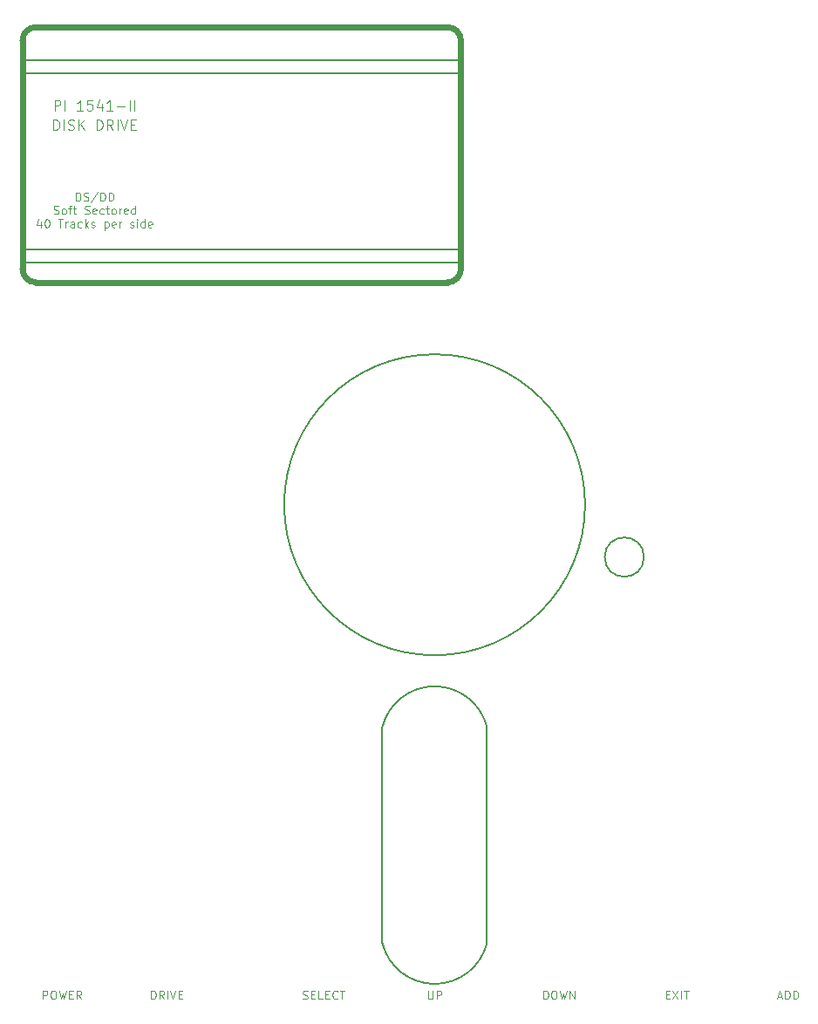
<source format=gto>
G04 #@! TF.GenerationSoftware,KiCad,Pcbnew,(5.1.5)-3*
G04 #@! TF.CreationDate,2020-11-06T22:16:06+01:00*
G04 #@! TF.ProjectId,C64 Pi1541-II FaceplateB,43363420-5069-4313-9534-312d49492046,rev?*
G04 #@! TF.SameCoordinates,Original*
G04 #@! TF.FileFunction,Legend,Top*
G04 #@! TF.FilePolarity,Positive*
%FSLAX46Y46*%
G04 Gerber Fmt 4.6, Leading zero omitted, Abs format (unit mm)*
G04 Created by KiCad (PCBNEW (5.1.5)-3) date 2020-11-06 22:16:06*
%MOMM*%
%LPD*%
G04 APERTURE LIST*
%ADD10C,0.100000*%
%ADD11C,0.150000*%
%ADD12C,0.600000*%
G04 APERTURE END LIST*
D10*
X93745238Y-151491904D02*
X93745238Y-150691904D01*
X93935714Y-150691904D01*
X94050000Y-150730000D01*
X94126190Y-150806190D01*
X94164285Y-150882380D01*
X94202380Y-151034761D01*
X94202380Y-151149047D01*
X94164285Y-151301428D01*
X94126190Y-151377619D01*
X94050000Y-151453809D01*
X93935714Y-151491904D01*
X93745238Y-151491904D01*
X95002380Y-151491904D02*
X94735714Y-151110952D01*
X94545238Y-151491904D02*
X94545238Y-150691904D01*
X94850000Y-150691904D01*
X94926190Y-150730000D01*
X94964285Y-150768095D01*
X95002380Y-150844285D01*
X95002380Y-150958571D01*
X94964285Y-151034761D01*
X94926190Y-151072857D01*
X94850000Y-151110952D01*
X94545238Y-151110952D01*
X95345238Y-151491904D02*
X95345238Y-150691904D01*
X95611904Y-150691904D02*
X95878571Y-151491904D01*
X96145238Y-150691904D01*
X96411904Y-151072857D02*
X96678571Y-151072857D01*
X96792857Y-151491904D02*
X96411904Y-151491904D01*
X96411904Y-150691904D01*
X96792857Y-150691904D01*
X83242380Y-151491904D02*
X83242380Y-150691904D01*
X83547142Y-150691904D01*
X83623333Y-150730000D01*
X83661428Y-150768095D01*
X83699523Y-150844285D01*
X83699523Y-150958571D01*
X83661428Y-151034761D01*
X83623333Y-151072857D01*
X83547142Y-151110952D01*
X83242380Y-151110952D01*
X84194761Y-150691904D02*
X84347142Y-150691904D01*
X84423333Y-150730000D01*
X84499523Y-150806190D01*
X84537619Y-150958571D01*
X84537619Y-151225238D01*
X84499523Y-151377619D01*
X84423333Y-151453809D01*
X84347142Y-151491904D01*
X84194761Y-151491904D01*
X84118571Y-151453809D01*
X84042380Y-151377619D01*
X84004285Y-151225238D01*
X84004285Y-150958571D01*
X84042380Y-150806190D01*
X84118571Y-150730000D01*
X84194761Y-150691904D01*
X84804285Y-150691904D02*
X84994761Y-151491904D01*
X85147142Y-150920476D01*
X85299523Y-151491904D01*
X85490000Y-150691904D01*
X85794761Y-151072857D02*
X86061428Y-151072857D01*
X86175714Y-151491904D02*
X85794761Y-151491904D01*
X85794761Y-150691904D01*
X86175714Y-150691904D01*
X86975714Y-151491904D02*
X86709047Y-151110952D01*
X86518571Y-151491904D02*
X86518571Y-150691904D01*
X86823333Y-150691904D01*
X86899523Y-150730000D01*
X86937619Y-150768095D01*
X86975714Y-150844285D01*
X86975714Y-150958571D01*
X86937619Y-151034761D01*
X86899523Y-151072857D01*
X86823333Y-151110952D01*
X86518571Y-151110952D01*
X154584523Y-151263333D02*
X154965476Y-151263333D01*
X154508333Y-151491904D02*
X154775000Y-150691904D01*
X155041666Y-151491904D01*
X155308333Y-151491904D02*
X155308333Y-150691904D01*
X155498809Y-150691904D01*
X155613095Y-150730000D01*
X155689285Y-150806190D01*
X155727380Y-150882380D01*
X155765476Y-151034761D01*
X155765476Y-151149047D01*
X155727380Y-151301428D01*
X155689285Y-151377619D01*
X155613095Y-151453809D01*
X155498809Y-151491904D01*
X155308333Y-151491904D01*
X156108333Y-151491904D02*
X156108333Y-150691904D01*
X156298809Y-150691904D01*
X156413095Y-150730000D01*
X156489285Y-150806190D01*
X156527380Y-150882380D01*
X156565476Y-151034761D01*
X156565476Y-151149047D01*
X156527380Y-151301428D01*
X156489285Y-151377619D01*
X156413095Y-151453809D01*
X156298809Y-151491904D01*
X156108333Y-151491904D01*
X143732380Y-151072857D02*
X143999047Y-151072857D01*
X144113333Y-151491904D02*
X143732380Y-151491904D01*
X143732380Y-150691904D01*
X144113333Y-150691904D01*
X144380000Y-150691904D02*
X144913333Y-151491904D01*
X144913333Y-150691904D02*
X144380000Y-151491904D01*
X145218095Y-151491904D02*
X145218095Y-150691904D01*
X145484761Y-150691904D02*
X145941904Y-150691904D01*
X145713333Y-151491904D02*
X145713333Y-150691904D01*
X131845238Y-151491904D02*
X131845238Y-150691904D01*
X132035714Y-150691904D01*
X132150000Y-150730000D01*
X132226190Y-150806190D01*
X132264285Y-150882380D01*
X132302380Y-151034761D01*
X132302380Y-151149047D01*
X132264285Y-151301428D01*
X132226190Y-151377619D01*
X132150000Y-151453809D01*
X132035714Y-151491904D01*
X131845238Y-151491904D01*
X132797619Y-150691904D02*
X132950000Y-150691904D01*
X133026190Y-150730000D01*
X133102380Y-150806190D01*
X133140476Y-150958571D01*
X133140476Y-151225238D01*
X133102380Y-151377619D01*
X133026190Y-151453809D01*
X132950000Y-151491904D01*
X132797619Y-151491904D01*
X132721428Y-151453809D01*
X132645238Y-151377619D01*
X132607142Y-151225238D01*
X132607142Y-150958571D01*
X132645238Y-150806190D01*
X132721428Y-150730000D01*
X132797619Y-150691904D01*
X133407142Y-150691904D02*
X133597619Y-151491904D01*
X133750000Y-150920476D01*
X133902380Y-151491904D01*
X134092857Y-150691904D01*
X134397619Y-151491904D02*
X134397619Y-150691904D01*
X134854761Y-151491904D01*
X134854761Y-150691904D01*
X120656428Y-150691904D02*
X120656428Y-151339523D01*
X120694523Y-151415714D01*
X120732619Y-151453809D01*
X120808809Y-151491904D01*
X120961190Y-151491904D01*
X121037380Y-151453809D01*
X121075476Y-151415714D01*
X121113571Y-151339523D01*
X121113571Y-150691904D01*
X121494523Y-151491904D02*
X121494523Y-150691904D01*
X121799285Y-150691904D01*
X121875476Y-150730000D01*
X121913571Y-150768095D01*
X121951666Y-150844285D01*
X121951666Y-150958571D01*
X121913571Y-151034761D01*
X121875476Y-151072857D01*
X121799285Y-151110952D01*
X121494523Y-151110952D01*
X108509047Y-151453809D02*
X108623333Y-151491904D01*
X108813809Y-151491904D01*
X108890000Y-151453809D01*
X108928095Y-151415714D01*
X108966190Y-151339523D01*
X108966190Y-151263333D01*
X108928095Y-151187142D01*
X108890000Y-151149047D01*
X108813809Y-151110952D01*
X108661428Y-151072857D01*
X108585238Y-151034761D01*
X108547142Y-150996666D01*
X108509047Y-150920476D01*
X108509047Y-150844285D01*
X108547142Y-150768095D01*
X108585238Y-150730000D01*
X108661428Y-150691904D01*
X108851904Y-150691904D01*
X108966190Y-150730000D01*
X109309047Y-151072857D02*
X109575714Y-151072857D01*
X109690000Y-151491904D02*
X109309047Y-151491904D01*
X109309047Y-150691904D01*
X109690000Y-150691904D01*
X110413809Y-151491904D02*
X110032857Y-151491904D01*
X110032857Y-150691904D01*
X110680476Y-151072857D02*
X110947142Y-151072857D01*
X111061428Y-151491904D02*
X110680476Y-151491904D01*
X110680476Y-150691904D01*
X111061428Y-150691904D01*
X111861428Y-151415714D02*
X111823333Y-151453809D01*
X111709047Y-151491904D01*
X111632857Y-151491904D01*
X111518571Y-151453809D01*
X111442380Y-151377619D01*
X111404285Y-151301428D01*
X111366190Y-151149047D01*
X111366190Y-151034761D01*
X111404285Y-150882380D01*
X111442380Y-150806190D01*
X111518571Y-150730000D01*
X111632857Y-150691904D01*
X111709047Y-150691904D01*
X111823333Y-150730000D01*
X111861428Y-150768095D01*
X112090000Y-150691904D02*
X112547142Y-150691904D01*
X112318571Y-151491904D02*
X112318571Y-150691904D01*
X84288809Y-67127380D02*
X84288809Y-66127380D01*
X84526904Y-66127380D01*
X84669761Y-66175000D01*
X84765000Y-66270238D01*
X84812619Y-66365476D01*
X84860238Y-66555952D01*
X84860238Y-66698809D01*
X84812619Y-66889285D01*
X84765000Y-66984523D01*
X84669761Y-67079761D01*
X84526904Y-67127380D01*
X84288809Y-67127380D01*
X85288809Y-67127380D02*
X85288809Y-66127380D01*
X85717380Y-67079761D02*
X85860238Y-67127380D01*
X86098333Y-67127380D01*
X86193571Y-67079761D01*
X86241190Y-67032142D01*
X86288809Y-66936904D01*
X86288809Y-66841666D01*
X86241190Y-66746428D01*
X86193571Y-66698809D01*
X86098333Y-66651190D01*
X85907857Y-66603571D01*
X85812619Y-66555952D01*
X85765000Y-66508333D01*
X85717380Y-66413095D01*
X85717380Y-66317857D01*
X85765000Y-66222619D01*
X85812619Y-66175000D01*
X85907857Y-66127380D01*
X86145952Y-66127380D01*
X86288809Y-66175000D01*
X86717380Y-67127380D02*
X86717380Y-66127380D01*
X87288809Y-67127380D02*
X86860238Y-66555952D01*
X87288809Y-66127380D02*
X86717380Y-66698809D01*
X88479285Y-67127380D02*
X88479285Y-66127380D01*
X88717380Y-66127380D01*
X88860238Y-66175000D01*
X88955476Y-66270238D01*
X89003095Y-66365476D01*
X89050714Y-66555952D01*
X89050714Y-66698809D01*
X89003095Y-66889285D01*
X88955476Y-66984523D01*
X88860238Y-67079761D01*
X88717380Y-67127380D01*
X88479285Y-67127380D01*
X90050714Y-67127380D02*
X89717380Y-66651190D01*
X89479285Y-67127380D02*
X89479285Y-66127380D01*
X89860238Y-66127380D01*
X89955476Y-66175000D01*
X90003095Y-66222619D01*
X90050714Y-66317857D01*
X90050714Y-66460714D01*
X90003095Y-66555952D01*
X89955476Y-66603571D01*
X89860238Y-66651190D01*
X89479285Y-66651190D01*
X90479285Y-67127380D02*
X90479285Y-66127380D01*
X90812619Y-66127380D02*
X91145952Y-67127380D01*
X91479285Y-66127380D01*
X91812619Y-66603571D02*
X92145952Y-66603571D01*
X92288809Y-67127380D02*
X91812619Y-67127380D01*
X91812619Y-66127380D01*
X92288809Y-66127380D01*
X84384047Y-65222380D02*
X84384047Y-64222380D01*
X84765000Y-64222380D01*
X84860238Y-64270000D01*
X84907857Y-64317619D01*
X84955476Y-64412857D01*
X84955476Y-64555714D01*
X84907857Y-64650952D01*
X84860238Y-64698571D01*
X84765000Y-64746190D01*
X84384047Y-64746190D01*
X85384047Y-65222380D02*
X85384047Y-64222380D01*
X87145952Y-65222380D02*
X86574523Y-65222380D01*
X86860238Y-65222380D02*
X86860238Y-64222380D01*
X86765000Y-64365238D01*
X86669761Y-64460476D01*
X86574523Y-64508095D01*
X88050714Y-64222380D02*
X87574523Y-64222380D01*
X87526904Y-64698571D01*
X87574523Y-64650952D01*
X87669761Y-64603333D01*
X87907857Y-64603333D01*
X88003095Y-64650952D01*
X88050714Y-64698571D01*
X88098333Y-64793809D01*
X88098333Y-65031904D01*
X88050714Y-65127142D01*
X88003095Y-65174761D01*
X87907857Y-65222380D01*
X87669761Y-65222380D01*
X87574523Y-65174761D01*
X87526904Y-65127142D01*
X88955476Y-64555714D02*
X88955476Y-65222380D01*
X88717380Y-64174761D02*
X88479285Y-64889047D01*
X89098333Y-64889047D01*
X90003095Y-65222380D02*
X89431666Y-65222380D01*
X89717380Y-65222380D02*
X89717380Y-64222380D01*
X89622142Y-64365238D01*
X89526904Y-64460476D01*
X89431666Y-64508095D01*
X90431666Y-64841428D02*
X91193571Y-64841428D01*
X91669761Y-65222380D02*
X91669761Y-64222380D01*
X92145952Y-65222380D02*
X92145952Y-64222380D01*
D11*
X81280000Y-78740000D02*
X123825000Y-78740000D01*
X81280000Y-80010000D02*
X123825000Y-80010000D01*
D10*
X86455476Y-73991904D02*
X86455476Y-73191904D01*
X86645952Y-73191904D01*
X86760238Y-73230000D01*
X86836428Y-73306190D01*
X86874523Y-73382380D01*
X86912619Y-73534761D01*
X86912619Y-73649047D01*
X86874523Y-73801428D01*
X86836428Y-73877619D01*
X86760238Y-73953809D01*
X86645952Y-73991904D01*
X86455476Y-73991904D01*
X87217380Y-73953809D02*
X87331666Y-73991904D01*
X87522142Y-73991904D01*
X87598333Y-73953809D01*
X87636428Y-73915714D01*
X87674523Y-73839523D01*
X87674523Y-73763333D01*
X87636428Y-73687142D01*
X87598333Y-73649047D01*
X87522142Y-73610952D01*
X87369761Y-73572857D01*
X87293571Y-73534761D01*
X87255476Y-73496666D01*
X87217380Y-73420476D01*
X87217380Y-73344285D01*
X87255476Y-73268095D01*
X87293571Y-73230000D01*
X87369761Y-73191904D01*
X87560238Y-73191904D01*
X87674523Y-73230000D01*
X88588809Y-73153809D02*
X87903095Y-74182380D01*
X88855476Y-73991904D02*
X88855476Y-73191904D01*
X89045952Y-73191904D01*
X89160238Y-73230000D01*
X89236428Y-73306190D01*
X89274523Y-73382380D01*
X89312619Y-73534761D01*
X89312619Y-73649047D01*
X89274523Y-73801428D01*
X89236428Y-73877619D01*
X89160238Y-73953809D01*
X89045952Y-73991904D01*
X88855476Y-73991904D01*
X89655476Y-73991904D02*
X89655476Y-73191904D01*
X89845952Y-73191904D01*
X89960238Y-73230000D01*
X90036428Y-73306190D01*
X90074523Y-73382380D01*
X90112619Y-73534761D01*
X90112619Y-73649047D01*
X90074523Y-73801428D01*
X90036428Y-73877619D01*
X89960238Y-73953809D01*
X89845952Y-73991904D01*
X89655476Y-73991904D01*
X84303095Y-75253809D02*
X84417380Y-75291904D01*
X84607857Y-75291904D01*
X84684047Y-75253809D01*
X84722142Y-75215714D01*
X84760238Y-75139523D01*
X84760238Y-75063333D01*
X84722142Y-74987142D01*
X84684047Y-74949047D01*
X84607857Y-74910952D01*
X84455476Y-74872857D01*
X84379285Y-74834761D01*
X84341190Y-74796666D01*
X84303095Y-74720476D01*
X84303095Y-74644285D01*
X84341190Y-74568095D01*
X84379285Y-74530000D01*
X84455476Y-74491904D01*
X84645952Y-74491904D01*
X84760238Y-74530000D01*
X85217380Y-75291904D02*
X85141190Y-75253809D01*
X85103095Y-75215714D01*
X85065000Y-75139523D01*
X85065000Y-74910952D01*
X85103095Y-74834761D01*
X85141190Y-74796666D01*
X85217380Y-74758571D01*
X85331666Y-74758571D01*
X85407857Y-74796666D01*
X85445952Y-74834761D01*
X85484047Y-74910952D01*
X85484047Y-75139523D01*
X85445952Y-75215714D01*
X85407857Y-75253809D01*
X85331666Y-75291904D01*
X85217380Y-75291904D01*
X85712619Y-74758571D02*
X86017380Y-74758571D01*
X85826904Y-75291904D02*
X85826904Y-74606190D01*
X85865000Y-74530000D01*
X85941190Y-74491904D01*
X86017380Y-74491904D01*
X86169761Y-74758571D02*
X86474523Y-74758571D01*
X86284047Y-74491904D02*
X86284047Y-75177619D01*
X86322142Y-75253809D01*
X86398333Y-75291904D01*
X86474523Y-75291904D01*
X87312619Y-75253809D02*
X87426904Y-75291904D01*
X87617380Y-75291904D01*
X87693571Y-75253809D01*
X87731666Y-75215714D01*
X87769761Y-75139523D01*
X87769761Y-75063333D01*
X87731666Y-74987142D01*
X87693571Y-74949047D01*
X87617380Y-74910952D01*
X87465000Y-74872857D01*
X87388809Y-74834761D01*
X87350714Y-74796666D01*
X87312619Y-74720476D01*
X87312619Y-74644285D01*
X87350714Y-74568095D01*
X87388809Y-74530000D01*
X87465000Y-74491904D01*
X87655476Y-74491904D01*
X87769761Y-74530000D01*
X88417380Y-75253809D02*
X88341190Y-75291904D01*
X88188809Y-75291904D01*
X88112619Y-75253809D01*
X88074523Y-75177619D01*
X88074523Y-74872857D01*
X88112619Y-74796666D01*
X88188809Y-74758571D01*
X88341190Y-74758571D01*
X88417380Y-74796666D01*
X88455476Y-74872857D01*
X88455476Y-74949047D01*
X88074523Y-75025238D01*
X89141190Y-75253809D02*
X89065000Y-75291904D01*
X88912619Y-75291904D01*
X88836428Y-75253809D01*
X88798333Y-75215714D01*
X88760238Y-75139523D01*
X88760238Y-74910952D01*
X88798333Y-74834761D01*
X88836428Y-74796666D01*
X88912619Y-74758571D01*
X89065000Y-74758571D01*
X89141190Y-74796666D01*
X89369761Y-74758571D02*
X89674523Y-74758571D01*
X89484047Y-74491904D02*
X89484047Y-75177619D01*
X89522142Y-75253809D01*
X89598333Y-75291904D01*
X89674523Y-75291904D01*
X90055476Y-75291904D02*
X89979285Y-75253809D01*
X89941190Y-75215714D01*
X89903095Y-75139523D01*
X89903095Y-74910952D01*
X89941190Y-74834761D01*
X89979285Y-74796666D01*
X90055476Y-74758571D01*
X90169761Y-74758571D01*
X90245952Y-74796666D01*
X90284047Y-74834761D01*
X90322142Y-74910952D01*
X90322142Y-75139523D01*
X90284047Y-75215714D01*
X90245952Y-75253809D01*
X90169761Y-75291904D01*
X90055476Y-75291904D01*
X90665000Y-75291904D02*
X90665000Y-74758571D01*
X90665000Y-74910952D02*
X90703095Y-74834761D01*
X90741190Y-74796666D01*
X90817380Y-74758571D01*
X90893571Y-74758571D01*
X91465000Y-75253809D02*
X91388809Y-75291904D01*
X91236428Y-75291904D01*
X91160238Y-75253809D01*
X91122142Y-75177619D01*
X91122142Y-74872857D01*
X91160238Y-74796666D01*
X91236428Y-74758571D01*
X91388809Y-74758571D01*
X91465000Y-74796666D01*
X91503095Y-74872857D01*
X91503095Y-74949047D01*
X91122142Y-75025238D01*
X92188809Y-75291904D02*
X92188809Y-74491904D01*
X92188809Y-75253809D02*
X92112619Y-75291904D01*
X91960238Y-75291904D01*
X91884047Y-75253809D01*
X91845952Y-75215714D01*
X91807857Y-75139523D01*
X91807857Y-74910952D01*
X91845952Y-74834761D01*
X91884047Y-74796666D01*
X91960238Y-74758571D01*
X92112619Y-74758571D01*
X92188809Y-74796666D01*
X83045952Y-76058571D02*
X83045952Y-76591904D01*
X82855476Y-75753809D02*
X82665000Y-76325238D01*
X83160238Y-76325238D01*
X83617380Y-75791904D02*
X83693571Y-75791904D01*
X83769761Y-75830000D01*
X83807857Y-75868095D01*
X83845952Y-75944285D01*
X83884047Y-76096666D01*
X83884047Y-76287142D01*
X83845952Y-76439523D01*
X83807857Y-76515714D01*
X83769761Y-76553809D01*
X83693571Y-76591904D01*
X83617380Y-76591904D01*
X83541190Y-76553809D01*
X83503095Y-76515714D01*
X83465000Y-76439523D01*
X83426904Y-76287142D01*
X83426904Y-76096666D01*
X83465000Y-75944285D01*
X83503095Y-75868095D01*
X83541190Y-75830000D01*
X83617380Y-75791904D01*
X84722142Y-75791904D02*
X85179285Y-75791904D01*
X84950714Y-76591904D02*
X84950714Y-75791904D01*
X85445952Y-76591904D02*
X85445952Y-76058571D01*
X85445952Y-76210952D02*
X85484047Y-76134761D01*
X85522142Y-76096666D01*
X85598333Y-76058571D01*
X85674523Y-76058571D01*
X86284047Y-76591904D02*
X86284047Y-76172857D01*
X86245952Y-76096666D01*
X86169761Y-76058571D01*
X86017380Y-76058571D01*
X85941190Y-76096666D01*
X86284047Y-76553809D02*
X86207857Y-76591904D01*
X86017380Y-76591904D01*
X85941190Y-76553809D01*
X85903095Y-76477619D01*
X85903095Y-76401428D01*
X85941190Y-76325238D01*
X86017380Y-76287142D01*
X86207857Y-76287142D01*
X86284047Y-76249047D01*
X87007857Y-76553809D02*
X86931666Y-76591904D01*
X86779285Y-76591904D01*
X86703095Y-76553809D01*
X86665000Y-76515714D01*
X86626904Y-76439523D01*
X86626904Y-76210952D01*
X86665000Y-76134761D01*
X86703095Y-76096666D01*
X86779285Y-76058571D01*
X86931666Y-76058571D01*
X87007857Y-76096666D01*
X87350714Y-76591904D02*
X87350714Y-75791904D01*
X87426904Y-76287142D02*
X87655476Y-76591904D01*
X87655476Y-76058571D02*
X87350714Y-76363333D01*
X87960238Y-76553809D02*
X88036428Y-76591904D01*
X88188809Y-76591904D01*
X88265000Y-76553809D01*
X88303095Y-76477619D01*
X88303095Y-76439523D01*
X88265000Y-76363333D01*
X88188809Y-76325238D01*
X88074523Y-76325238D01*
X87998333Y-76287142D01*
X87960238Y-76210952D01*
X87960238Y-76172857D01*
X87998333Y-76096666D01*
X88074523Y-76058571D01*
X88188809Y-76058571D01*
X88265000Y-76096666D01*
X89255476Y-76058571D02*
X89255476Y-76858571D01*
X89255476Y-76096666D02*
X89331666Y-76058571D01*
X89484047Y-76058571D01*
X89560238Y-76096666D01*
X89598333Y-76134761D01*
X89636428Y-76210952D01*
X89636428Y-76439523D01*
X89598333Y-76515714D01*
X89560238Y-76553809D01*
X89484047Y-76591904D01*
X89331666Y-76591904D01*
X89255476Y-76553809D01*
X90284047Y-76553809D02*
X90207857Y-76591904D01*
X90055476Y-76591904D01*
X89979285Y-76553809D01*
X89941190Y-76477619D01*
X89941190Y-76172857D01*
X89979285Y-76096666D01*
X90055476Y-76058571D01*
X90207857Y-76058571D01*
X90284047Y-76096666D01*
X90322142Y-76172857D01*
X90322142Y-76249047D01*
X89941190Y-76325238D01*
X90665000Y-76591904D02*
X90665000Y-76058571D01*
X90665000Y-76210952D02*
X90703095Y-76134761D01*
X90741190Y-76096666D01*
X90817380Y-76058571D01*
X90893571Y-76058571D01*
X91731666Y-76553809D02*
X91807857Y-76591904D01*
X91960238Y-76591904D01*
X92036428Y-76553809D01*
X92074523Y-76477619D01*
X92074523Y-76439523D01*
X92036428Y-76363333D01*
X91960238Y-76325238D01*
X91845952Y-76325238D01*
X91769761Y-76287142D01*
X91731666Y-76210952D01*
X91731666Y-76172857D01*
X91769761Y-76096666D01*
X91845952Y-76058571D01*
X91960238Y-76058571D01*
X92036428Y-76096666D01*
X92417380Y-76591904D02*
X92417380Y-76058571D01*
X92417380Y-75791904D02*
X92379285Y-75830000D01*
X92417380Y-75868095D01*
X92455476Y-75830000D01*
X92417380Y-75791904D01*
X92417380Y-75868095D01*
X93141190Y-76591904D02*
X93141190Y-75791904D01*
X93141190Y-76553809D02*
X93065000Y-76591904D01*
X92912619Y-76591904D01*
X92836428Y-76553809D01*
X92798333Y-76515714D01*
X92760238Y-76439523D01*
X92760238Y-76210952D01*
X92798333Y-76134761D01*
X92836428Y-76096666D01*
X92912619Y-76058571D01*
X93065000Y-76058571D01*
X93141190Y-76096666D01*
X93826904Y-76553809D02*
X93750714Y-76591904D01*
X93598333Y-76591904D01*
X93522142Y-76553809D01*
X93484047Y-76477619D01*
X93484047Y-76172857D01*
X93522142Y-76096666D01*
X93598333Y-76058571D01*
X93750714Y-76058571D01*
X93826904Y-76096666D01*
X93865000Y-76172857D01*
X93865000Y-76249047D01*
X93484047Y-76325238D01*
D11*
X81280000Y-60325000D02*
X123825000Y-60325000D01*
X81280000Y-61595000D02*
X123825000Y-61595000D01*
D12*
X81280000Y-80645000D02*
X81280000Y-58420000D01*
X122555000Y-81915000D02*
X82550000Y-81915000D01*
X123825000Y-58420000D02*
X123825000Y-80645000D01*
X82550000Y-57150000D02*
X122555000Y-57150000D01*
X82550000Y-81915000D02*
G75*
G02X81280000Y-80645000I0J1270000D01*
G01*
X123825000Y-80645000D02*
G75*
G02X122555000Y-81915000I-1270000J0D01*
G01*
X122555000Y-57150000D02*
G75*
G02X123825000Y-58420000I0J-1270000D01*
G01*
X81280000Y-58420000D02*
G75*
G02X82550000Y-57150000I1270000J0D01*
G01*
D11*
X141605000Y-108585000D02*
G75*
G03X141605000Y-108585000I-1905000J0D01*
G01*
X135890000Y-103505000D02*
G75*
G03X135890000Y-103505000I-14605000J0D01*
G01*
X126365000Y-125095000D02*
X126365000Y-146050000D01*
X116205000Y-146050000D02*
X116205000Y-125095000D01*
X116205000Y-125095000D02*
G75*
G02X126365000Y-125095000I5080000J-1270000D01*
G01*
X126365000Y-146050000D02*
G75*
G02X116205000Y-146050000I-5080000J1270000D01*
G01*
M02*

</source>
